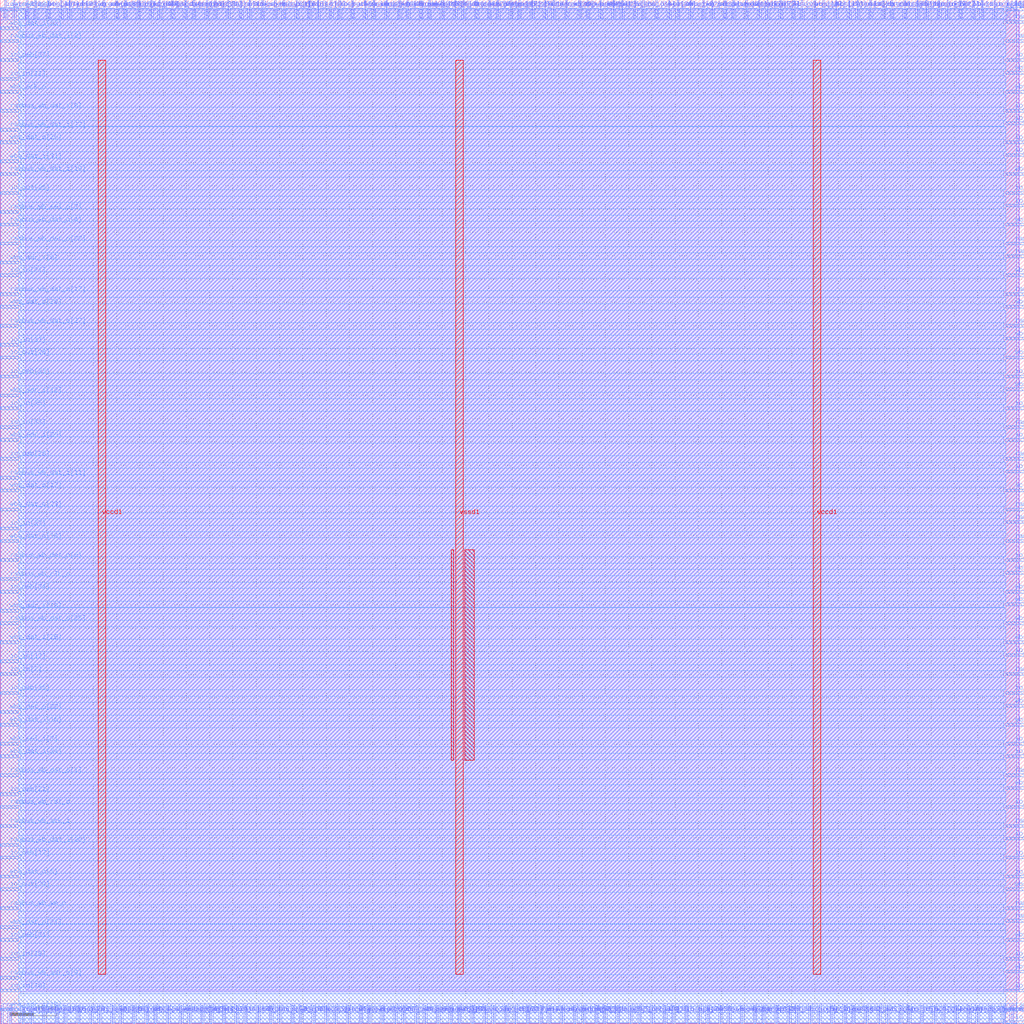
<source format=lef>
VERSION 5.7 ;
  NOWIREEXTENSIONATPIN ON ;
  DIVIDERCHAR "/" ;
  BUSBITCHARS "[]" ;
MACRO wrapped_function_generator
  CLASS BLOCK ;
  FOREIGN wrapped_function_generator ;
  ORIGIN 0.000 0.000 ;
  SIZE 220.000 BY 220.000 ;
  PIN active
    DIRECTION INPUT ;
    USE SIGNAL ;
    PORT
      LAYER met3 ;
        RECT 216.000 114.280 220.000 114.880 ;
    END
  END active
  PIN io_in[0]
    DIRECTION INPUT ;
    USE SIGNAL ;
    PORT
      LAYER met2 ;
        RECT 59.890 0.000 60.170 4.000 ;
    END
  END io_in[0]
  PIN io_in[10]
    DIRECTION INPUT ;
    USE SIGNAL ;
    PORT
      LAYER met3 ;
        RECT 0.000 6.840 4.000 7.440 ;
    END
  END io_in[10]
  PIN io_in[11]
    DIRECTION INPUT ;
    USE SIGNAL ;
    PORT
      LAYER met3 ;
        RECT 0.000 202.680 4.000 203.280 ;
    END
  END io_in[11]
  PIN io_in[12]
    DIRECTION INPUT ;
    USE SIGNAL ;
    PORT
      LAYER met2 ;
        RECT 128.890 216.000 129.170 220.000 ;
    END
  END io_in[12]
  PIN io_in[13]
    DIRECTION INPUT ;
    USE SIGNAL ;
    PORT
      LAYER met3 ;
        RECT 216.000 31.320 220.000 31.920 ;
    END
  END io_in[13]
  PIN io_in[14]
    DIRECTION INPUT ;
    USE SIGNAL ;
    PORT
      LAYER met2 ;
        RECT 114.170 216.000 114.450 220.000 ;
    END
  END io_in[14]
  PIN io_in[15]
    DIRECTION INPUT ;
    USE SIGNAL ;
    PORT
      LAYER met2 ;
        RECT 193.290 0.000 193.570 4.000 ;
    END
  END io_in[15]
  PIN io_in[16]
    DIRECTION INPUT ;
    USE SIGNAL ;
    PORT
      LAYER met2 ;
        RECT 162.010 0.000 162.290 4.000 ;
    END
  END io_in[16]
  PIN io_in[17]
    DIRECTION INPUT ;
    USE SIGNAL ;
    PORT
      LAYER met3 ;
        RECT 0.000 77.560 4.000 78.160 ;
    END
  END io_in[17]
  PIN io_in[18]
    DIRECTION INPUT ;
    USE SIGNAL ;
    PORT
      LAYER met2 ;
        RECT 105.890 0.000 106.170 4.000 ;
    END
  END io_in[18]
  PIN io_in[19]
    DIRECTION INPUT ;
    USE SIGNAL ;
    PORT
      LAYER met3 ;
        RECT 0.000 13.640 4.000 14.240 ;
    END
  END io_in[19]
  PIN io_in[1]
    DIRECTION INPUT ;
    USE SIGNAL ;
    PORT
      LAYER met2 ;
        RECT 175.810 0.000 176.090 4.000 ;
    END
  END io_in[1]
  PIN io_in[20]
    DIRECTION INPUT ;
    USE SIGNAL ;
    PORT
      LAYER met3 ;
        RECT 216.000 46.280 220.000 46.880 ;
    END
  END io_in[20]
  PIN io_in[21]
    DIRECTION INPUT ;
    USE SIGNAL ;
    PORT
      LAYER met3 ;
        RECT 0.000 160.520 4.000 161.120 ;
    END
  END io_in[21]
  PIN io_in[22]
    DIRECTION INPUT ;
    USE SIGNAL ;
    PORT
      LAYER met2 ;
        RECT 71.850 0.000 72.130 4.000 ;
    END
  END io_in[22]
  PIN io_in[23]
    DIRECTION INPUT ;
    USE SIGNAL ;
    PORT
      LAYER met2 ;
        RECT 96.690 0.000 96.970 4.000 ;
    END
  END io_in[23]
  PIN io_in[24]
    DIRECTION INPUT ;
    USE SIGNAL ;
    PORT
      LAYER met3 ;
        RECT 216.000 59.880 220.000 60.480 ;
    END
  END io_in[24]
  PIN io_in[25]
    DIRECTION INPUT ;
    USE SIGNAL ;
    PORT
      LAYER met3 ;
        RECT 0.000 131.960 4.000 132.560 ;
    END
  END io_in[25]
  PIN io_in[26]
    DIRECTION INPUT ;
    USE SIGNAL ;
    PORT
      LAYER met3 ;
        RECT 216.000 118.360 220.000 118.960 ;
    END
  END io_in[26]
  PIN io_in[27]
    DIRECTION INPUT ;
    USE SIGNAL ;
    PORT
      LAYER met3 ;
        RECT 0.000 106.120 4.000 106.720 ;
    END
  END io_in[27]
  PIN io_in[28]
    DIRECTION INPUT ;
    USE SIGNAL ;
    PORT
      LAYER met3 ;
        RECT 216.000 70.760 220.000 71.360 ;
    END
  END io_in[28]
  PIN io_in[29]
    DIRECTION INPUT ;
    USE SIGNAL ;
    PORT
      LAYER met2 ;
        RECT 44.250 216.000 44.530 220.000 ;
    END
  END io_in[29]
  PIN io_in[2]
    DIRECTION INPUT ;
    USE SIGNAL ;
    PORT
      LAYER met3 ;
        RECT 0.000 74.840 4.000 75.440 ;
    END
  END io_in[2]
  PIN io_in[30]
    DIRECTION INPUT ;
    USE SIGNAL ;
    PORT
      LAYER met2 ;
        RECT 108.650 0.000 108.930 4.000 ;
    END
  END io_in[30]
  PIN io_in[31]
    DIRECTION INPUT ;
    USE SIGNAL ;
    PORT
      LAYER met2 ;
        RECT 206.170 216.000 206.450 220.000 ;
    END
  END io_in[31]
  PIN io_in[32]
    DIRECTION INPUT ;
    USE SIGNAL ;
    PORT
      LAYER met2 ;
        RECT 62.650 0.000 62.930 4.000 ;
    END
  END io_in[32]
  PIN io_in[33]
    DIRECTION INPUT ;
    USE SIGNAL ;
    PORT
      LAYER met3 ;
        RECT 0.000 127.880 4.000 128.480 ;
    END
  END io_in[33]
  PIN io_in[34]
    DIRECTION INPUT ;
    USE SIGNAL ;
    PORT
      LAYER met2 ;
        RECT 68.170 216.000 68.450 220.000 ;
    END
  END io_in[34]
  PIN io_in[35]
    DIRECTION INPUT ;
    USE SIGNAL ;
    PORT
      LAYER met2 ;
        RECT 150.050 0.000 150.330 4.000 ;
    END
  END io_in[35]
  PIN io_in[36]
    DIRECTION INPUT ;
    USE SIGNAL ;
    PORT
      LAYER met2 ;
        RECT 150.970 216.000 151.250 220.000 ;
    END
  END io_in[36]
  PIN io_in[37]
    DIRECTION INPUT ;
    USE SIGNAL ;
    PORT
      LAYER met3 ;
        RECT 0.000 145.560 4.000 146.160 ;
    END
  END io_in[37]
  PIN io_in[3]
    DIRECTION INPUT ;
    USE SIGNAL ;
    PORT
      LAYER met3 ;
        RECT 216.000 195.880 220.000 196.480 ;
    END
  END io_in[3]
  PIN io_in[4]
    DIRECTION INPUT ;
    USE SIGNAL ;
    PORT
      LAYER met3 ;
        RECT 216.000 57.160 220.000 57.760 ;
    END
  END io_in[4]
  PIN io_in[5]
    DIRECTION INPUT ;
    USE SIGNAL ;
    PORT
      LAYER met2 ;
        RECT 164.770 216.000 165.050 220.000 ;
    END
  END io_in[5]
  PIN io_in[6]
    DIRECTION INPUT ;
    USE SIGNAL ;
    PORT
      LAYER met2 ;
        RECT 195.130 0.000 195.410 4.000 ;
    END
  END io_in[6]
  PIN io_in[7]
    DIRECTION INPUT ;
    USE SIGNAL ;
    PORT
      LAYER met2 ;
        RECT 81.970 0.000 82.250 4.000 ;
    END
  END io_in[7]
  PIN io_in[8]
    DIRECTION INPUT ;
    USE SIGNAL ;
    PORT
      LAYER met2 ;
        RECT 48.850 216.000 49.130 220.000 ;
    END
  END io_in[8]
  PIN io_in[9]
    DIRECTION INPUT ;
    USE SIGNAL ;
    PORT
      LAYER met2 ;
        RECT 1.010 216.000 1.290 220.000 ;
    END
  END io_in[9]
  PIN io_oeb[0]
    DIRECTION OUTPUT TRISTATE ;
    USE SIGNAL ;
    PORT
      LAYER met2 ;
        RECT 24.010 0.000 24.290 4.000 ;
    END
  END io_oeb[0]
  PIN io_oeb[10]
    DIRECTION OUTPUT TRISTATE ;
    USE SIGNAL ;
    PORT
      LAYER met3 ;
        RECT 216.000 78.920 220.000 79.520 ;
    END
  END io_oeb[10]
  PIN io_oeb[11]
    DIRECTION OUTPUT TRISTATE ;
    USE SIGNAL ;
    PORT
      LAYER met2 ;
        RECT 166.610 0.000 166.890 4.000 ;
    END
  END io_oeb[11]
  PIN io_oeb[12]
    DIRECTION OUTPUT TRISTATE ;
    USE SIGNAL ;
    PORT
      LAYER met2 ;
        RECT 21.250 0.000 21.530 4.000 ;
    END
  END io_oeb[12]
  PIN io_oeb[13]
    DIRECTION OUTPUT TRISTATE ;
    USE SIGNAL ;
    PORT
      LAYER met2 ;
        RECT 178.570 0.000 178.850 4.000 ;
    END
  END io_oeb[13]
  PIN io_oeb[14]
    DIRECTION OUTPUT TRISTATE ;
    USE SIGNAL ;
    PORT
      LAYER met2 ;
        RECT 63.570 216.000 63.850 220.000 ;
    END
  END io_oeb[14]
  PIN io_oeb[15]
    DIRECTION OUTPUT TRISTATE ;
    USE SIGNAL ;
    PORT
      LAYER met3 ;
        RECT 216.000 175.480 220.000 176.080 ;
    END
  END io_oeb[15]
  PIN io_oeb[16]
    DIRECTION OUTPUT TRISTATE ;
    USE SIGNAL ;
    PORT
      LAYER met2 ;
        RECT 202.490 0.000 202.770 4.000 ;
    END
  END io_oeb[16]
  PIN io_oeb[17]
    DIRECTION OUTPUT TRISTATE ;
    USE SIGNAL ;
    PORT
      LAYER met3 ;
        RECT 0.000 35.400 4.000 36.000 ;
    END
  END io_oeb[17]
  PIN io_oeb[18]
    DIRECTION OUTPUT TRISTATE ;
    USE SIGNAL ;
    PORT
      LAYER met3 ;
        RECT 0.000 217.640 4.000 218.240 ;
    END
  END io_oeb[18]
  PIN io_oeb[19]
    DIRECTION OUTPUT TRISTATE ;
    USE SIGNAL ;
    PORT
      LAYER met2 ;
        RECT 137.170 0.000 137.450 4.000 ;
    END
  END io_oeb[19]
  PIN io_oeb[1]
    DIRECTION OUTPUT TRISTATE ;
    USE SIGNAL ;
    PORT
      LAYER met2 ;
        RECT 194.210 216.000 194.490 220.000 ;
    END
  END io_oeb[1]
  PIN io_oeb[20]
    DIRECTION OUTPUT TRISTATE ;
    USE SIGNAL ;
    PORT
      LAYER met3 ;
        RECT 216.000 193.160 220.000 193.760 ;
    END
  END io_oeb[20]
  PIN io_oeb[21]
    DIRECTION OUTPUT TRISTATE ;
    USE SIGNAL ;
    PORT
      LAYER met3 ;
        RECT 0.000 49.000 4.000 49.600 ;
    END
  END io_oeb[21]
  PIN io_oeb[22]
    DIRECTION OUTPUT TRISTATE ;
    USE SIGNAL ;
    PORT
      LAYER met2 ;
        RECT 201.570 216.000 201.850 220.000 ;
    END
  END io_oeb[22]
  PIN io_oeb[23]
    DIRECTION OUTPUT TRISTATE ;
    USE SIGNAL ;
    PORT
      LAYER met3 ;
        RECT 0.000 138.760 4.000 139.360 ;
    END
  END io_oeb[23]
  PIN io_oeb[24]
    DIRECTION OUTPUT TRISTATE ;
    USE SIGNAL ;
    PORT
      LAYER met3 ;
        RECT 216.000 217.640 220.000 218.240 ;
    END
  END io_oeb[24]
  PIN io_oeb[25]
    DIRECTION OUTPUT TRISTATE ;
    USE SIGNAL ;
    PORT
      LAYER met2 ;
        RECT 126.130 216.000 126.410 220.000 ;
    END
  END io_oeb[25]
  PIN io_oeb[26]
    DIRECTION OUTPUT TRISTATE ;
    USE SIGNAL ;
    PORT
      LAYER met3 ;
        RECT 0.000 121.080 4.000 121.680 ;
    END
  END io_oeb[26]
  PIN io_oeb[27]
    DIRECTION OUTPUT TRISTATE ;
    USE SIGNAL ;
    PORT
      LAYER met3 ;
        RECT 216.000 99.320 220.000 99.920 ;
    END
  END io_oeb[27]
  PIN io_oeb[28]
    DIRECTION OUTPUT TRISTATE ;
    USE SIGNAL ;
    PORT
      LAYER met2 ;
        RECT 39.650 216.000 39.930 220.000 ;
    END
  END io_oeb[28]
  PIN io_oeb[29]
    DIRECTION OUTPUT TRISTATE ;
    USE SIGNAL ;
    PORT
      LAYER met2 ;
        RECT 45.170 0.000 45.450 4.000 ;
    END
  END io_oeb[29]
  PIN io_oeb[2]
    DIRECTION OUTPUT TRISTATE ;
    USE SIGNAL ;
    PORT
      LAYER met2 ;
        RECT 32.290 216.000 32.570 220.000 ;
    END
  END io_oeb[2]
  PIN io_oeb[30]
    DIRECTION OUTPUT TRISTATE ;
    USE SIGNAL ;
    PORT
      LAYER met2 ;
        RECT 218.130 216.000 218.410 220.000 ;
    END
  END io_oeb[30]
  PIN io_oeb[31]
    DIRECTION OUTPUT TRISTATE ;
    USE SIGNAL ;
    PORT
      LAYER met3 ;
        RECT 0.000 17.720 4.000 18.320 ;
    END
  END io_oeb[31]
  PIN io_oeb[32]
    DIRECTION OUTPUT TRISTATE ;
    USE SIGNAL ;
    PORT
      LAYER met2 ;
        RECT 125.210 0.000 125.490 4.000 ;
    END
  END io_oeb[32]
  PIN io_oeb[33]
    DIRECTION OUTPUT TRISTATE ;
    USE SIGNAL ;
    PORT
      LAYER met2 ;
        RECT 118.770 216.000 119.050 220.000 ;
    END
  END io_oeb[33]
  PIN io_oeb[34]
    DIRECTION OUTPUT TRISTATE ;
    USE SIGNAL ;
    PORT
      LAYER met3 ;
        RECT 0.000 92.520 4.000 93.120 ;
    END
  END io_oeb[34]
  PIN io_oeb[35]
    DIRECTION OUTPUT TRISTATE ;
    USE SIGNAL ;
    PORT
      LAYER met3 ;
        RECT 0.000 70.760 4.000 71.360 ;
    END
  END io_oeb[35]
  PIN io_oeb[36]
    DIRECTION OUTPUT TRISTATE ;
    USE SIGNAL ;
    PORT
      LAYER met2 ;
        RECT 147.290 0.000 147.570 4.000 ;
    END
  END io_oeb[36]
  PIN io_oeb[37]
    DIRECTION OUTPUT TRISTATE ;
    USE SIGNAL ;
    PORT
      LAYER met3 ;
        RECT 0.000 206.760 4.000 207.360 ;
    END
  END io_oeb[37]
  PIN io_oeb[3]
    DIRECTION OUTPUT TRISTATE ;
    USE SIGNAL ;
    PORT
      LAYER met3 ;
        RECT 216.000 186.360 220.000 186.960 ;
    END
  END io_oeb[3]
  PIN io_oeb[4]
    DIRECTION OUTPUT TRISTATE ;
    USE SIGNAL ;
    PORT
      LAYER met2 ;
        RECT 7.450 216.000 7.730 220.000 ;
    END
  END io_oeb[4]
  PIN io_oeb[5]
    DIRECTION OUTPUT TRISTATE ;
    USE SIGNAL ;
    PORT
      LAYER met3 ;
        RECT 216.000 138.760 220.000 139.360 ;
    END
  END io_oeb[5]
  PIN io_oeb[6]
    DIRECTION OUTPUT TRISTATE ;
    USE SIGNAL ;
    PORT
      LAYER met2 ;
        RECT 79.210 0.000 79.490 4.000 ;
    END
  END io_oeb[6]
  PIN io_oeb[7]
    DIRECTION OUTPUT TRISTATE ;
    USE SIGNAL ;
    PORT
      LAYER met3 ;
        RECT 216.000 39.480 220.000 40.080 ;
    END
  END io_oeb[7]
  PIN io_oeb[8]
    DIRECTION OUTPUT TRISTATE ;
    USE SIGNAL ;
    PORT
      LAYER met3 ;
        RECT 216.000 206.760 220.000 207.360 ;
    END
  END io_oeb[8]
  PIN io_oeb[9]
    DIRECTION OUTPUT TRISTATE ;
    USE SIGNAL ;
    PORT
      LAYER met3 ;
        RECT 216.000 35.400 220.000 36.000 ;
    END
  END io_oeb[9]
  PIN io_out[0]
    DIRECTION OUTPUT TRISTATE ;
    USE SIGNAL ;
    PORT
      LAYER met2 ;
        RECT 167.530 216.000 167.810 220.000 ;
    END
  END io_out[0]
  PIN io_out[10]
    DIRECTION OUTPUT TRISTATE ;
    USE SIGNAL ;
    PORT
      LAYER met3 ;
        RECT 216.000 178.200 220.000 178.800 ;
    END
  END io_out[10]
  PIN io_out[11]
    DIRECTION OUTPUT TRISTATE ;
    USE SIGNAL ;
    PORT
      LAYER met3 ;
        RECT 216.000 0.040 220.000 0.640 ;
    END
  END io_out[11]
  PIN io_out[12]
    DIRECTION OUTPUT TRISTATE ;
    USE SIGNAL ;
    PORT
      LAYER met2 ;
        RECT 181.330 0.000 181.610 4.000 ;
    END
  END io_out[12]
  PIN io_out[13]
    DIRECTION OUTPUT TRISTATE ;
    USE SIGNAL ;
    PORT
      LAYER met2 ;
        RECT 173.970 0.000 174.250 4.000 ;
    END
  END io_out[13]
  PIN io_out[14]
    DIRECTION OUTPUT TRISTATE ;
    USE SIGNAL ;
    PORT
      LAYER met3 ;
        RECT 216.000 13.640 220.000 14.240 ;
    END
  END io_out[14]
  PIN io_out[15]
    DIRECTION OUTPUT TRISTATE ;
    USE SIGNAL ;
    PORT
      LAYER met2 ;
        RECT 139.930 0.000 140.210 4.000 ;
    END
  END io_out[15]
  PIN io_out[16]
    DIRECTION OUTPUT TRISTATE ;
    USE SIGNAL ;
    PORT
      LAYER met2 ;
        RECT 172.130 216.000 172.410 220.000 ;
    END
  END io_out[16]
  PIN io_out[17]
    DIRECTION OUTPUT TRISTATE ;
    USE SIGNAL ;
    PORT
      LAYER met2 ;
        RECT 176.730 216.000 177.010 220.000 ;
    END
  END io_out[17]
  PIN io_out[18]
    DIRECTION OUTPUT TRISTATE ;
    USE SIGNAL ;
    PORT
      LAYER met2 ;
        RECT 92.090 216.000 92.370 220.000 ;
    END
  END io_out[18]
  PIN io_out[19]
    DIRECTION OUTPUT TRISTATE ;
    USE SIGNAL ;
    PORT
      LAYER met2 ;
        RECT 197.890 0.000 198.170 4.000 ;
    END
  END io_out[19]
  PIN io_out[1]
    DIRECTION OUTPUT TRISTATE ;
    USE SIGNAL ;
    PORT
      LAYER met2 ;
        RECT 47.930 0.000 48.210 4.000 ;
    END
  END io_out[1]
  PIN io_out[20]
    DIRECTION OUTPUT TRISTATE ;
    USE SIGNAL ;
    PORT
      LAYER met2 ;
        RECT 43.330 0.000 43.610 4.000 ;
    END
  END io_out[20]
  PIN io_out[21]
    DIRECTION OUTPUT TRISTATE ;
    USE SIGNAL ;
    PORT
      LAYER met2 ;
        RECT 20.330 216.000 20.610 220.000 ;
    END
  END io_out[21]
  PIN io_out[22]
    DIRECTION OUTPUT TRISTATE ;
    USE SIGNAL ;
    PORT
      LAYER met2 ;
        RECT 162.930 216.000 163.210 220.000 ;
    END
  END io_out[22]
  PIN io_out[23]
    DIRECTION OUTPUT TRISTATE ;
    USE SIGNAL ;
    PORT
      LAYER met2 ;
        RECT 90.250 216.000 90.530 220.000 ;
    END
  END io_out[23]
  PIN io_out[24]
    DIRECTION OUTPUT TRISTATE ;
    USE SIGNAL ;
    PORT
      LAYER met2 ;
        RECT 12.970 216.000 13.250 220.000 ;
    END
  END io_out[24]
  PIN io_out[25]
    DIRECTION OUTPUT TRISTATE ;
    USE SIGNAL ;
    PORT
      LAYER met3 ;
        RECT 0.000 178.200 4.000 178.800 ;
    END
  END io_out[25]
  PIN io_out[26]
    DIRECTION OUTPUT TRISTATE ;
    USE SIGNAL ;
    PORT
      LAYER met3 ;
        RECT 0.000 142.840 4.000 143.440 ;
    END
  END io_out[26]
  PIN io_out[27]
    DIRECTION OUTPUT TRISTATE ;
    USE SIGNAL ;
    PORT
      LAYER met2 ;
        RECT 212.610 0.000 212.890 4.000 ;
    END
  END io_out[27]
  PIN io_out[28]
    DIRECTION OUTPUT TRISTATE ;
    USE SIGNAL ;
    PORT
      LAYER met2 ;
        RECT 163.850 0.000 164.130 4.000 ;
    END
  END io_out[28]
  PIN io_out[29]
    DIRECTION OUTPUT TRISTATE ;
    USE SIGNAL ;
    PORT
      LAYER met3 ;
        RECT 0.000 28.600 4.000 29.200 ;
    END
  END io_out[29]
  PIN io_out[2]
    DIRECTION OUTPUT TRISTATE ;
    USE SIGNAL ;
    PORT
      LAYER met3 ;
        RECT 216.000 131.960 220.000 132.560 ;
    END
  END io_out[2]
  PIN io_out[30]
    DIRECTION OUTPUT TRISTATE ;
    USE SIGNAL ;
    PORT
      LAYER met2 ;
        RECT 140.850 216.000 141.130 220.000 ;
    END
  END io_out[30]
  PIN io_out[31]
    DIRECTION OUTPUT TRISTATE ;
    USE SIGNAL ;
    PORT
      LAYER met3 ;
        RECT 216.000 189.080 220.000 189.680 ;
    END
  END io_out[31]
  PIN io_out[32]
    DIRECTION OUTPUT TRISTATE ;
    USE SIGNAL ;
    PORT
      LAYER met2 ;
        RECT 156.490 0.000 156.770 4.000 ;
    END
  END io_out[32]
  PIN io_out[33]
    DIRECTION OUTPUT TRISTATE ;
    USE SIGNAL ;
    PORT
      LAYER met3 ;
        RECT 216.000 6.840 220.000 7.440 ;
    END
  END io_out[33]
  PIN io_out[34]
    DIRECTION OUTPUT TRISTATE ;
    USE SIGNAL ;
    PORT
      LAYER met2 ;
        RECT 29.530 216.000 29.810 220.000 ;
    END
  END io_out[34]
  PIN io_out[35]
    DIRECTION OUTPUT TRISTATE ;
    USE SIGNAL ;
    PORT
      LAYER met2 ;
        RECT 50.690 0.000 50.970 4.000 ;
    END
  END io_out[35]
  PIN io_out[36]
    DIRECTION OUTPUT TRISTATE ;
    USE SIGNAL ;
    PORT
      LAYER met2 ;
        RECT 136.250 216.000 136.530 220.000 ;
    END
  END io_out[36]
  PIN io_out[37]
    DIRECTION OUTPUT TRISTATE ;
    USE SIGNAL ;
    PORT
      LAYER met2 ;
        RECT 213.530 216.000 213.810 220.000 ;
    END
  END io_out[37]
  PIN io_out[3]
    DIRECTION OUTPUT TRISTATE ;
    USE SIGNAL ;
    PORT
      LAYER met2 ;
        RECT 203.410 216.000 203.690 220.000 ;
    END
  END io_out[3]
  PIN io_out[4]
    DIRECTION OUTPUT TRISTATE ;
    USE SIGNAL ;
    PORT
      LAYER met2 ;
        RECT 182.250 216.000 182.530 220.000 ;
    END
  END io_out[4]
  PIN io_out[5]
    DIRECTION OUTPUT TRISTATE ;
    USE SIGNAL ;
    PORT
      LAYER met2 ;
        RECT 72.770 216.000 73.050 220.000 ;
    END
  END io_out[5]
  PIN io_out[6]
    DIRECTION OUTPUT TRISTATE ;
    USE SIGNAL ;
    PORT
      LAYER met2 ;
        RECT 60.810 216.000 61.090 220.000 ;
    END
  END io_out[6]
  PIN io_out[7]
    DIRECTION OUTPUT TRISTATE ;
    USE SIGNAL ;
    PORT
      LAYER met3 ;
        RECT 216.000 125.160 220.000 125.760 ;
    END
  END io_out[7]
  PIN io_out[8]
    DIRECTION OUTPUT TRISTATE ;
    USE SIGNAL ;
    PORT
      LAYER met2 ;
        RECT 9.290 0.000 9.570 4.000 ;
    END
  END io_out[8]
  PIN io_out[9]
    DIRECTION OUTPUT TRISTATE ;
    USE SIGNAL ;
    PORT
      LAYER met2 ;
        RECT 66.330 216.000 66.610 220.000 ;
    END
  END io_out[9]
  PIN rambus_wb_ack_i
    DIRECTION INPUT ;
    USE SIGNAL ;
    PORT
      LAYER met3 ;
        RECT 0.000 42.200 4.000 42.800 ;
    END
  END rambus_wb_ack_i
  PIN rambus_wb_adr_o[0]
    DIRECTION OUTPUT TRISTATE ;
    USE SIGNAL ;
    PORT
      LAYER met3 ;
        RECT 216.000 156.440 220.000 157.040 ;
    END
  END rambus_wb_adr_o[0]
  PIN rambus_wb_adr_o[1]
    DIRECTION OUTPUT TRISTATE ;
    USE SIGNAL ;
    PORT
      LAYER met2 ;
        RECT 14.810 216.000 15.090 220.000 ;
    END
  END rambus_wb_adr_o[1]
  PIN rambus_wb_adr_o[2]
    DIRECTION OUTPUT TRISTATE ;
    USE SIGNAL ;
    PORT
      LAYER met2 ;
        RECT 75.530 216.000 75.810 220.000 ;
    END
  END rambus_wb_adr_o[2]
  PIN rambus_wb_adr_o[3]
    DIRECTION OUTPUT TRISTATE ;
    USE SIGNAL ;
    PORT
      LAYER met2 ;
        RECT 208.010 0.000 208.290 4.000 ;
    END
  END rambus_wb_adr_o[3]
  PIN rambus_wb_adr_o[4]
    DIRECTION OUTPUT TRISTATE ;
    USE SIGNAL ;
    PORT
      LAYER met3 ;
        RECT 216.000 214.920 220.000 215.520 ;
    END
  END rambus_wb_adr_o[4]
  PIN rambus_wb_adr_o[5]
    DIRECTION OUTPUT TRISTATE ;
    USE SIGNAL ;
    PORT
      LAYER met3 ;
        RECT 216.000 42.200 220.000 42.800 ;
    END
  END rambus_wb_adr_o[5]
  PIN rambus_wb_adr_o[6]
    DIRECTION OUTPUT TRISTATE ;
    USE SIGNAL ;
    PORT
      LAYER met2 ;
        RECT 209.850 0.000 210.130 4.000 ;
    END
  END rambus_wb_adr_o[6]
  PIN rambus_wb_adr_o[7]
    DIRECTION OUTPUT TRISTATE ;
    USE SIGNAL ;
    PORT
      LAYER met3 ;
        RECT 216.000 103.400 220.000 104.000 ;
    END
  END rambus_wb_adr_o[7]
  PIN rambus_wb_adr_o[8]
    DIRECTION OUTPUT TRISTATE ;
    USE SIGNAL ;
    PORT
      LAYER met2 ;
        RECT 33.210 0.000 33.490 4.000 ;
    END
  END rambus_wb_adr_o[8]
  PIN rambus_wb_adr_o[9]
    DIRECTION OUTPUT TRISTATE ;
    USE SIGNAL ;
    PORT
      LAYER met3 ;
        RECT 0.000 9.560 4.000 10.160 ;
    END
  END rambus_wb_adr_o[9]
  PIN rambus_wb_clk_o
    DIRECTION OUTPUT TRISTATE ;
    USE SIGNAL ;
    PORT
      LAYER met3 ;
        RECT 0.000 95.240 4.000 95.840 ;
    END
  END rambus_wb_clk_o
  PIN rambus_wb_cyc_o
    DIRECTION OUTPUT TRISTATE ;
    USE SIGNAL ;
    PORT
      LAYER met2 ;
        RECT 53.450 216.000 53.730 220.000 ;
    END
  END rambus_wb_cyc_o
  PIN rambus_wb_dat_i[0]
    DIRECTION INPUT ;
    USE SIGNAL ;
    PORT
      LAYER met2 ;
        RECT 85.650 216.000 85.930 220.000 ;
    END
  END rambus_wb_dat_i[0]
  PIN rambus_wb_dat_i[10]
    DIRECTION INPUT ;
    USE SIGNAL ;
    PORT
      LAYER met2 ;
        RECT 84.730 0.000 85.010 4.000 ;
    END
  END rambus_wb_dat_i[10]
  PIN rambus_wb_dat_i[11]
    DIRECTION INPUT ;
    USE SIGNAL ;
    PORT
      LAYER met3 ;
        RECT 0.000 117.000 4.000 117.600 ;
    END
  END rambus_wb_dat_i[11]
  PIN rambus_wb_dat_i[12]
    DIRECTION INPUT ;
    USE SIGNAL ;
    PORT
      LAYER met2 ;
        RECT 188.690 0.000 188.970 4.000 ;
    END
  END rambus_wb_dat_i[12]
  PIN rambus_wb_dat_i[13]
    DIRECTION INPUT ;
    USE SIGNAL ;
    PORT
      LAYER met3 ;
        RECT 216.000 21.800 220.000 22.400 ;
    END
  END rambus_wb_dat_i[13]
  PIN rambus_wb_dat_i[14]
    DIRECTION INPUT ;
    USE SIGNAL ;
    PORT
      LAYER met2 ;
        RECT 116.930 216.000 117.210 220.000 ;
    END
  END rambus_wb_dat_i[14]
  PIN rambus_wb_dat_i[15]
    DIRECTION INPUT ;
    USE SIGNAL ;
    PORT
      LAYER met2 ;
        RECT 82.890 216.000 83.170 220.000 ;
    END
  END rambus_wb_dat_i[15]
  PIN rambus_wb_dat_i[16]
    DIRECTION INPUT ;
    USE SIGNAL ;
    PORT
      LAYER met2 ;
        RECT 102.210 216.000 102.490 220.000 ;
    END
  END rambus_wb_dat_i[16]
  PIN rambus_wb_dat_i[17]
    DIRECTION INPUT ;
    USE SIGNAL ;
    PORT
      LAYER met2 ;
        RECT 101.290 0.000 101.570 4.000 ;
    END
  END rambus_wb_dat_i[17]
  PIN rambus_wb_dat_i[18]
    DIRECTION INPUT ;
    USE SIGNAL ;
    PORT
      LAYER met2 ;
        RECT 123.370 0.000 123.650 4.000 ;
    END
  END rambus_wb_dat_i[18]
  PIN rambus_wb_dat_i[19]
    DIRECTION INPUT ;
    USE SIGNAL ;
    PORT
      LAYER met3 ;
        RECT 0.000 182.280 4.000 182.880 ;
    END
  END rambus_wb_dat_i[19]
  PIN rambus_wb_dat_i[1]
    DIRECTION INPUT ;
    USE SIGNAL ;
    PORT
      LAYER met2 ;
        RECT 31.370 0.000 31.650 4.000 ;
    END
  END rambus_wb_dat_i[1]
  PIN rambus_wb_dat_i[20]
    DIRECTION INPUT ;
    USE SIGNAL ;
    PORT
      LAYER met3 ;
        RECT 0.000 38.120 4.000 38.720 ;
    END
  END rambus_wb_dat_i[20]
  PIN rambus_wb_dat_i[21]
    DIRECTION INPUT ;
    USE SIGNAL ;
    PORT
      LAYER met2 ;
        RECT 94.850 216.000 95.130 220.000 ;
    END
  END rambus_wb_dat_i[21]
  PIN rambus_wb_dat_i[22]
    DIRECTION INPUT ;
    USE SIGNAL ;
    PORT
      LAYER met2 ;
        RECT 215.370 0.000 215.650 4.000 ;
    END
  END rambus_wb_dat_i[22]
  PIN rambus_wb_dat_i[23]
    DIRECTION INPUT ;
    USE SIGNAL ;
    PORT
      LAYER met3 ;
        RECT 216.000 110.200 220.000 110.800 ;
    END
  END rambus_wb_dat_i[23]
  PIN rambus_wb_dat_i[24]
    DIRECTION INPUT ;
    USE SIGNAL ;
    PORT
      LAYER met3 ;
        RECT 216.000 121.080 220.000 121.680 ;
    END
  END rambus_wb_dat_i[24]
  PIN rambus_wb_dat_i[25]
    DIRECTION INPUT ;
    USE SIGNAL ;
    PORT
      LAYER met3 ;
        RECT 216.000 149.640 220.000 150.240 ;
    END
  END rambus_wb_dat_i[25]
  PIN rambus_wb_dat_i[26]
    DIRECTION INPUT ;
    USE SIGNAL ;
    PORT
      LAYER met2 ;
        RECT 124.290 216.000 124.570 220.000 ;
    END
  END rambus_wb_dat_i[26]
  PIN rambus_wb_dat_i[27]
    DIRECTION INPUT ;
    USE SIGNAL ;
    PORT
      LAYER met3 ;
        RECT 0.000 191.800 4.000 192.400 ;
    END
  END rambus_wb_dat_i[27]
  PIN rambus_wb_dat_i[28]
    DIRECTION INPUT ;
    USE SIGNAL ;
    PORT
      LAYER met2 ;
        RECT 34.130 216.000 34.410 220.000 ;
    END
  END rambus_wb_dat_i[28]
  PIN rambus_wb_dat_i[29]
    DIRECTION INPUT ;
    USE SIGNAL ;
    PORT
      LAYER met3 ;
        RECT 216.000 167.320 220.000 167.920 ;
    END
  END rambus_wb_dat_i[29]
  PIN rambus_wb_dat_i[2]
    DIRECTION INPUT ;
    USE SIGNAL ;
    PORT
      LAYER met3 ;
        RECT 0.000 210.840 4.000 211.440 ;
    END
  END rambus_wb_dat_i[2]
  PIN rambus_wb_dat_i[30]
    DIRECTION INPUT ;
    USE SIGNAL ;
    PORT
      LAYER met3 ;
        RECT 216.000 2.760 220.000 3.360 ;
    END
  END rambus_wb_dat_i[30]
  PIN rambus_wb_dat_i[31]
    DIRECTION INPUT ;
    USE SIGNAL ;
    PORT
      LAYER met2 ;
        RECT 87.490 216.000 87.770 220.000 ;
    END
  END rambus_wb_dat_i[31]
  PIN rambus_wb_dat_i[3]
    DIRECTION INPUT ;
    USE SIGNAL ;
    PORT
      LAYER met3 ;
        RECT 216.000 107.480 220.000 108.080 ;
    END
  END rambus_wb_dat_i[3]
  PIN rambus_wb_dat_i[4]
    DIRECTION INPUT ;
    USE SIGNAL ;
    PORT
      LAYER met3 ;
        RECT 216.000 74.840 220.000 75.440 ;
    END
  END rambus_wb_dat_i[4]
  PIN rambus_wb_dat_i[5]
    DIRECTION INPUT ;
    USE SIGNAL ;
    PORT
      LAYER met2 ;
        RECT 17.570 216.000 17.850 220.000 ;
    END
  END rambus_wb_dat_i[5]
  PIN rambus_wb_dat_i[6]
    DIRECTION INPUT ;
    USE SIGNAL ;
    PORT
      LAYER met2 ;
        RECT 51.610 216.000 51.890 220.000 ;
    END
  END rambus_wb_dat_i[6]
  PIN rambus_wb_dat_i[7]
    DIRECTION INPUT ;
    USE SIGNAL ;
    PORT
      LAYER met2 ;
        RECT 74.610 0.000 74.890 4.000 ;
    END
  END rambus_wb_dat_i[7]
  PIN rambus_wb_dat_i[8]
    DIRECTION INPUT ;
    USE SIGNAL ;
    PORT
      LAYER met3 ;
        RECT 0.000 195.880 4.000 196.480 ;
    END
  END rambus_wb_dat_i[8]
  PIN rambus_wb_dat_i[9]
    DIRECTION INPUT ;
    USE SIGNAL ;
    PORT
      LAYER met2 ;
        RECT 184.090 216.000 184.370 220.000 ;
    END
  END rambus_wb_dat_i[9]
  PIN rambus_wb_dat_o[0]
    DIRECTION OUTPUT TRISTATE ;
    USE SIGNAL ;
    PORT
      LAYER met3 ;
        RECT 0.000 99.320 4.000 99.920 ;
    END
  END rambus_wb_dat_o[0]
  PIN rambus_wb_dat_o[10]
    DIRECTION OUTPUT TRISTATE ;
    USE SIGNAL ;
    PORT
      LAYER met2 ;
        RECT 113.250 0.000 113.530 4.000 ;
    END
  END rambus_wb_dat_o[10]
  PIN rambus_wb_dat_o[11]
    DIRECTION OUTPUT TRISTATE ;
    USE SIGNAL ;
    PORT
      LAYER met2 ;
        RECT 77.370 0.000 77.650 4.000 ;
    END
  END rambus_wb_dat_o[11]
  PIN rambus_wb_dat_o[12]
    DIRECTION OUTPUT TRISTATE ;
    USE SIGNAL ;
    PORT
      LAYER met2 ;
        RECT 154.650 0.000 154.930 4.000 ;
    END
  END rambus_wb_dat_o[12]
  PIN rambus_wb_dat_o[13]
    DIRECTION OUTPUT TRISTATE ;
    USE SIGNAL ;
    PORT
      LAYER met3 ;
        RECT 216.000 127.880 220.000 128.480 ;
    END
  END rambus_wb_dat_o[13]
  PIN rambus_wb_dat_o[14]
    DIRECTION OUTPUT TRISTATE ;
    USE SIGNAL ;
    PORT
      LAYER met2 ;
        RECT 26.770 216.000 27.050 220.000 ;
    END
  END rambus_wb_dat_o[14]
  PIN rambus_wb_dat_o[15]
    DIRECTION OUTPUT TRISTATE ;
    USE SIGNAL ;
    PORT
      LAYER met2 ;
        RECT 191.450 216.000 191.730 220.000 ;
    END
  END rambus_wb_dat_o[15]
  PIN rambus_wb_dat_o[16]
    DIRECTION OUTPUT TRISTATE ;
    USE SIGNAL ;
    PORT
      LAYER met2 ;
        RECT 4.690 0.000 4.970 4.000 ;
    END
  END rambus_wb_dat_o[16]
  PIN rambus_wb_dat_o[17]
    DIRECTION OUTPUT TRISTATE ;
    USE SIGNAL ;
    PORT
      LAYER met3 ;
        RECT 0.000 156.440 4.000 157.040 ;
    END
  END rambus_wb_dat_o[17]
  PIN rambus_wb_dat_o[18]
    DIRECTION OUTPUT TRISTATE ;
    USE SIGNAL ;
    PORT
      LAYER met2 ;
        RECT 67.250 0.000 67.530 4.000 ;
    END
  END rambus_wb_dat_o[18]
  PIN rambus_wb_dat_o[19]
    DIRECTION OUTPUT TRISTATE ;
    USE SIGNAL ;
    PORT
      LAYER met2 ;
        RECT 111.410 216.000 111.690 220.000 ;
    END
  END rambus_wb_dat_o[19]
  PIN rambus_wb_dat_o[1]
    DIRECTION OUTPUT TRISTATE ;
    USE SIGNAL ;
    PORT
      LAYER met3 ;
        RECT 0.000 53.080 4.000 53.680 ;
    END
  END rambus_wb_dat_o[1]
  PIN rambus_wb_dat_o[20]
    DIRECTION OUTPUT TRISTATE ;
    USE SIGNAL ;
    PORT
      LAYER met2 ;
        RECT 58.050 0.000 58.330 4.000 ;
    END
  END rambus_wb_dat_o[20]
  PIN rambus_wb_dat_o[21]
    DIRECTION OUTPUT TRISTATE ;
    USE SIGNAL ;
    PORT
      LAYER met2 ;
        RECT 116.010 0.000 116.290 4.000 ;
    END
  END rambus_wb_dat_o[21]
  PIN rambus_wb_dat_o[22]
    DIRECTION OUTPUT TRISTATE ;
    USE SIGNAL ;
    PORT
      LAYER met3 ;
        RECT 0.000 167.320 4.000 167.920 ;
    END
  END rambus_wb_dat_o[22]
  PIN rambus_wb_dat_o[23]
    DIRECTION OUTPUT TRISTATE ;
    USE SIGNAL ;
    PORT
      LAYER met3 ;
        RECT 216.000 53.080 220.000 53.680 ;
    END
  END rambus_wb_dat_o[23]
  PIN rambus_wb_dat_o[24]
    DIRECTION OUTPUT TRISTATE ;
    USE SIGNAL ;
    PORT
      LAYER met2 ;
        RECT 148.210 216.000 148.490 220.000 ;
    END
  END rambus_wb_dat_o[24]
  PIN rambus_wb_dat_o[25]
    DIRECTION OUTPUT TRISTATE ;
    USE SIGNAL ;
    PORT
      LAYER met3 ;
        RECT 0.000 85.720 4.000 86.320 ;
    END
  END rambus_wb_dat_o[25]
  PIN rambus_wb_dat_o[26]
    DIRECTION OUTPUT TRISTATE ;
    USE SIGNAL ;
    PORT
      LAYER met2 ;
        RECT 121.530 216.000 121.810 220.000 ;
    END
  END rambus_wb_dat_o[26]
  PIN rambus_wb_dat_o[27]
    DIRECTION OUTPUT TRISTATE ;
    USE SIGNAL ;
    PORT
      LAYER met3 ;
        RECT 0.000 149.640 4.000 150.240 ;
    END
  END rambus_wb_dat_o[27]
  PIN rambus_wb_dat_o[28]
    DIRECTION OUTPUT TRISTATE ;
    USE SIGNAL ;
    PORT
      LAYER met3 ;
        RECT 216.000 210.840 220.000 211.440 ;
    END
  END rambus_wb_dat_o[28]
  PIN rambus_wb_dat_o[29]
    DIRECTION OUTPUT TRISTATE ;
    USE SIGNAL ;
    PORT
      LAYER met2 ;
        RECT 22.170 216.000 22.450 220.000 ;
    END
  END rambus_wb_dat_o[29]
  PIN rambus_wb_dat_o[2]
    DIRECTION OUTPUT TRISTATE ;
    USE SIGNAL ;
    PORT
      LAYER met2 ;
        RECT 117.850 0.000 118.130 4.000 ;
    END
  END rambus_wb_dat_o[2]
  PIN rambus_wb_dat_o[30]
    DIRECTION OUTPUT TRISTATE ;
    USE SIGNAL ;
    PORT
      LAYER met3 ;
        RECT 216.000 164.600 220.000 165.200 ;
    END
  END rambus_wb_dat_o[30]
  PIN rambus_wb_dat_o[31]
    DIRECTION OUTPUT TRISTATE ;
    USE SIGNAL ;
    PORT
      LAYER met2 ;
        RECT 171.210 0.000 171.490 4.000 ;
    END
  END rambus_wb_dat_o[31]
  PIN rambus_wb_dat_o[3]
    DIRECTION OUTPUT TRISTATE ;
    USE SIGNAL ;
    PORT
      LAYER met2 ;
        RECT 99.450 216.000 99.730 220.000 ;
    END
  END rambus_wb_dat_o[3]
  PIN rambus_wb_dat_o[4]
    DIRECTION OUTPUT TRISTATE ;
    USE SIGNAL ;
    PORT
      LAYER met3 ;
        RECT 0.000 171.400 4.000 172.000 ;
    END
  END rambus_wb_dat_o[4]
  PIN rambus_wb_dat_o[5]
    DIRECTION OUTPUT TRISTATE ;
    USE SIGNAL ;
    PORT
      LAYER met2 ;
        RECT 152.810 216.000 153.090 220.000 ;
    END
  END rambus_wb_dat_o[5]
  PIN rambus_wb_dat_o[6]
    DIRECTION OUTPUT TRISTATE ;
    USE SIGNAL ;
    PORT
      LAYER met2 ;
        RECT 19.410 0.000 19.690 4.000 ;
    END
  END rambus_wb_dat_o[6]
  PIN rambus_wb_dat_o[7]
    DIRECTION OUTPUT TRISTATE ;
    USE SIGNAL ;
    PORT
      LAYER met3 ;
        RECT 216.000 24.520 220.000 25.120 ;
    END
  END rambus_wb_dat_o[7]
  PIN rambus_wb_dat_o[8]
    DIRECTION OUTPUT TRISTATE ;
    USE SIGNAL ;
    PORT
      LAYER met2 ;
        RECT 89.330 0.000 89.610 4.000 ;
    END
  END rambus_wb_dat_o[8]
  PIN rambus_wb_dat_o[9]
    DIRECTION OUTPUT TRISTATE ;
    USE SIGNAL ;
    PORT
      LAYER met2 ;
        RECT 80.130 216.000 80.410 220.000 ;
    END
  END rambus_wb_dat_o[9]
  PIN rambus_wb_rst_o
    DIRECTION OUTPUT TRISTATE ;
    USE SIGNAL ;
    PORT
      LAYER met3 ;
        RECT 0.000 46.280 4.000 46.880 ;
    END
  END rambus_wb_rst_o
  PIN rambus_wb_sel_o[0]
    DIRECTION OUTPUT TRISTATE ;
    USE SIGNAL ;
    PORT
      LAYER met2 ;
        RECT 151.890 0.000 152.170 4.000 ;
    END
  END rambus_wb_sel_o[0]
  PIN rambus_wb_sel_o[1]
    DIRECTION OUTPUT TRISTATE ;
    USE SIGNAL ;
    PORT
      LAYER met2 ;
        RECT 155.570 216.000 155.850 220.000 ;
    END
  END rambus_wb_sel_o[1]
  PIN rambus_wb_sel_o[2]
    DIRECTION OUTPUT TRISTATE ;
    USE SIGNAL ;
    PORT
      LAYER met2 ;
        RECT 70.930 216.000 71.210 220.000 ;
    END
  END rambus_wb_sel_o[2]
  PIN rambus_wb_sel_o[3]
    DIRECTION OUTPUT TRISTATE ;
    USE SIGNAL ;
    PORT
      LAYER met3 ;
        RECT 0.000 174.120 4.000 174.720 ;
    END
  END rambus_wb_sel_o[3]
  PIN rambus_wb_stb_o
    DIRECTION OUTPUT TRISTATE ;
    USE SIGNAL ;
    PORT
      LAYER met2 ;
        RECT 145.450 216.000 145.730 220.000 ;
    END
  END rambus_wb_stb_o
  PIN rambus_wb_we_o
    DIRECTION OUTPUT TRISTATE ;
    USE SIGNAL ;
    PORT
      LAYER met3 ;
        RECT 0.000 24.520 4.000 25.120 ;
    END
  END rambus_wb_we_o
  PIN vccd1
    DIRECTION INPUT ;
    USE POWER ;
    PORT
      LAYER met4 ;
        RECT 21.040 10.640 22.640 206.960 ;
    END
    PORT
      LAYER met4 ;
        RECT 174.640 10.640 176.240 206.960 ;
    END
  END vccd1
  PIN vssd1
    DIRECTION INPUT ;
    USE GROUND ;
    PORT
      LAYER met4 ;
        RECT 97.840 10.640 99.440 206.960 ;
    END
  END vssd1
  PIN wb_clk_i
    DIRECTION INPUT ;
    USE SIGNAL ;
    PORT
      LAYER met2 ;
        RECT 190.530 0.000 190.810 4.000 ;
    END
  END wb_clk_i
  PIN wb_rst_i
    DIRECTION INPUT ;
    USE SIGNAL ;
    PORT
      LAYER met2 ;
        RECT 133.490 216.000 133.770 220.000 ;
    END
  END wb_rst_i
  PIN wbs_ack_o
    DIRECTION OUTPUT TRISTATE ;
    USE SIGNAL ;
    PORT
      LAYER met3 ;
        RECT 0.000 199.960 4.000 200.560 ;
    END
  END wbs_ack_o
  PIN wbs_adr_i[0]
    DIRECTION INPUT ;
    USE SIGNAL ;
    PORT
      LAYER met3 ;
        RECT 0.000 163.240 4.000 163.840 ;
    END
  END wbs_adr_i[0]
  PIN wbs_adr_i[10]
    DIRECTION INPUT ;
    USE SIGNAL ;
    PORT
      LAYER met2 ;
        RECT 174.890 216.000 175.170 220.000 ;
    END
  END wbs_adr_i[10]
  PIN wbs_adr_i[11]
    DIRECTION INPUT ;
    USE SIGNAL ;
    PORT
      LAYER met2 ;
        RECT 109.570 216.000 109.850 220.000 ;
    END
  END wbs_adr_i[11]
  PIN wbs_adr_i[12]
    DIRECTION INPUT ;
    USE SIGNAL ;
    PORT
      LAYER met3 ;
        RECT 0.000 134.680 4.000 135.280 ;
    END
  END wbs_adr_i[12]
  PIN wbs_adr_i[13]
    DIRECTION INPUT ;
    USE SIGNAL ;
    PORT
      LAYER met2 ;
        RECT 58.970 216.000 59.250 220.000 ;
    END
  END wbs_adr_i[13]
  PIN wbs_adr_i[14]
    DIRECTION INPUT ;
    USE SIGNAL ;
    PORT
      LAYER met3 ;
        RECT 216.000 96.600 220.000 97.200 ;
    END
  END wbs_adr_i[14]
  PIN wbs_adr_i[15]
    DIRECTION INPUT ;
    USE SIGNAL ;
    PORT
      LAYER met3 ;
        RECT 0.000 2.760 4.000 3.360 ;
    END
  END wbs_adr_i[15]
  PIN wbs_adr_i[16]
    DIRECTION INPUT ;
    USE SIGNAL ;
    PORT
      LAYER met2 ;
        RECT 104.050 0.000 104.330 4.000 ;
    END
  END wbs_adr_i[16]
  PIN wbs_adr_i[17]
    DIRECTION INPUT ;
    USE SIGNAL ;
    PORT
      LAYER met2 ;
        RECT 5.610 216.000 5.890 220.000 ;
    END
  END wbs_adr_i[17]
  PIN wbs_adr_i[18]
    DIRECTION INPUT ;
    USE SIGNAL ;
    PORT
      LAYER met3 ;
        RECT 0.000 88.440 4.000 89.040 ;
    END
  END wbs_adr_i[18]
  PIN wbs_adr_i[19]
    DIRECTION INPUT ;
    USE SIGNAL ;
    PORT
      LAYER met2 ;
        RECT 159.250 0.000 159.530 4.000 ;
    END
  END wbs_adr_i[19]
  PIN wbs_adr_i[1]
    DIRECTION INPUT ;
    USE SIGNAL ;
    PORT
      LAYER met2 ;
        RECT 198.810 216.000 199.090 220.000 ;
    END
  END wbs_adr_i[1]
  PIN wbs_adr_i[20]
    DIRECTION INPUT ;
    USE SIGNAL ;
    PORT
      LAYER met3 ;
        RECT 0.000 125.160 4.000 125.760 ;
    END
  END wbs_adr_i[20]
  PIN wbs_adr_i[21]
    DIRECTION INPUT ;
    USE SIGNAL ;
    PORT
      LAYER met2 ;
        RECT 93.930 0.000 94.210 4.000 ;
    END
  END wbs_adr_i[21]
  PIN wbs_adr_i[22]
    DIRECTION INPUT ;
    USE SIGNAL ;
    PORT
      LAYER met2 ;
        RECT 135.330 0.000 135.610 4.000 ;
    END
  END wbs_adr_i[22]
  PIN wbs_adr_i[23]
    DIRECTION INPUT ;
    USE SIGNAL ;
    PORT
      LAYER met2 ;
        RECT 205.250 0.000 205.530 4.000 ;
    END
  END wbs_adr_i[23]
  PIN wbs_adr_i[24]
    DIRECTION INPUT ;
    USE SIGNAL ;
    PORT
      LAYER met2 ;
        RECT 106.810 216.000 107.090 220.000 ;
    END
  END wbs_adr_i[24]
  PIN wbs_adr_i[25]
    DIRECTION INPUT ;
    USE SIGNAL ;
    PORT
      LAYER met2 ;
        RECT 91.170 0.000 91.450 4.000 ;
    END
  END wbs_adr_i[25]
  PIN wbs_adr_i[26]
    DIRECTION INPUT ;
    USE SIGNAL ;
    PORT
      LAYER met2 ;
        RECT 16.650 0.000 16.930 4.000 ;
    END
  END wbs_adr_i[26]
  PIN wbs_adr_i[27]
    DIRECTION INPUT ;
    USE SIGNAL ;
    PORT
      LAYER met2 ;
        RECT 143.610 216.000 143.890 220.000 ;
    END
  END wbs_adr_i[27]
  PIN wbs_adr_i[28]
    DIRECTION INPUT ;
    USE SIGNAL ;
    PORT
      LAYER met3 ;
        RECT 216.000 68.040 220.000 68.640 ;
    END
  END wbs_adr_i[28]
  PIN wbs_adr_i[29]
    DIRECTION INPUT ;
    USE SIGNAL ;
    PORT
      LAYER met3 ;
        RECT 216.000 160.520 220.000 161.120 ;
    END
  END wbs_adr_i[29]
  PIN wbs_adr_i[2]
    DIRECTION INPUT ;
    USE SIGNAL ;
    PORT
      LAYER met2 ;
        RECT 64.490 0.000 64.770 4.000 ;
    END
  END wbs_adr_i[2]
  PIN wbs_adr_i[30]
    DIRECTION INPUT ;
    USE SIGNAL ;
    PORT
      LAYER met2 ;
        RECT 216.290 216.000 216.570 220.000 ;
    END
  END wbs_adr_i[30]
  PIN wbs_adr_i[31]
    DIRECTION INPUT ;
    USE SIGNAL ;
    PORT
      LAYER met3 ;
        RECT 216.000 28.600 220.000 29.200 ;
    END
  END wbs_adr_i[31]
  PIN wbs_adr_i[3]
    DIRECTION INPUT ;
    USE SIGNAL ;
    PORT
      LAYER met2 ;
        RECT 129.810 0.000 130.090 4.000 ;
    END
  END wbs_adr_i[3]
  PIN wbs_adr_i[4]
    DIRECTION INPUT ;
    USE SIGNAL ;
    PORT
      LAYER met2 ;
        RECT 210.770 216.000 211.050 220.000 ;
    END
  END wbs_adr_i[4]
  PIN wbs_adr_i[5]
    DIRECTION INPUT ;
    USE SIGNAL ;
    PORT
      LAYER met2 ;
        RECT 127.970 0.000 128.250 4.000 ;
    END
  END wbs_adr_i[5]
  PIN wbs_adr_i[6]
    DIRECTION INPUT ;
    USE SIGNAL ;
    PORT
      LAYER met2 ;
        RECT 52.530 0.000 52.810 4.000 ;
    END
  END wbs_adr_i[6]
  PIN wbs_adr_i[7]
    DIRECTION INPUT ;
    USE SIGNAL ;
    PORT
      LAYER met2 ;
        RECT 10.210 216.000 10.490 220.000 ;
    END
  END wbs_adr_i[7]
  PIN wbs_adr_i[8]
    DIRECTION INPUT ;
    USE SIGNAL ;
    PORT
      LAYER met2 ;
        RECT 169.370 0.000 169.650 4.000 ;
    END
  END wbs_adr_i[8]
  PIN wbs_adr_i[9]
    DIRECTION INPUT ;
    USE SIGNAL ;
    PORT
      LAYER met2 ;
        RECT 217.210 0.000 217.490 4.000 ;
    END
  END wbs_adr_i[9]
  PIN wbs_cyc_i
    DIRECTION INPUT ;
    USE SIGNAL ;
    PORT
      LAYER met2 ;
        RECT 131.650 216.000 131.930 220.000 ;
    END
  END wbs_cyc_i
  PIN wbs_dat_i[0]
    DIRECTION INPUT ;
    USE SIGNAL ;
    PORT
      LAYER met3 ;
        RECT 216.000 146.920 220.000 147.520 ;
    END
  END wbs_dat_i[0]
  PIN wbs_dat_i[10]
    DIRECTION INPUT ;
    USE SIGNAL ;
    PORT
      LAYER met2 ;
        RECT 36.890 216.000 37.170 220.000 ;
    END
  END wbs_dat_i[10]
  PIN wbs_dat_i[11]
    DIRECTION INPUT ;
    USE SIGNAL ;
    PORT
      LAYER met2 ;
        RECT 46.090 216.000 46.370 220.000 ;
    END
  END wbs_dat_i[11]
  PIN wbs_dat_i[12]
    DIRECTION INPUT ;
    USE SIGNAL ;
    PORT
      LAYER met2 ;
        RECT 41.490 216.000 41.770 220.000 ;
    END
  END wbs_dat_i[12]
  PIN wbs_dat_i[13]
    DIRECTION INPUT ;
    USE SIGNAL ;
    PORT
      LAYER met2 ;
        RECT 6.530 0.000 6.810 4.000 ;
    END
  END wbs_dat_i[13]
  PIN wbs_dat_i[14]
    DIRECTION INPUT ;
    USE SIGNAL ;
    PORT
      LAYER met2 ;
        RECT 35.970 0.000 36.250 4.000 ;
    END
  END wbs_dat_i[14]
  PIN wbs_dat_i[15]
    DIRECTION INPUT ;
    USE SIGNAL ;
    PORT
      LAYER met3 ;
        RECT 216.000 63.960 220.000 64.560 ;
    END
  END wbs_dat_i[15]
  PIN wbs_dat_i[16]
    DIRECTION INPUT ;
    USE SIGNAL ;
    PORT
      LAYER met3 ;
        RECT 0.000 63.960 4.000 64.560 ;
    END
  END wbs_dat_i[16]
  PIN wbs_dat_i[17]
    DIRECTION INPUT ;
    USE SIGNAL ;
    PORT
      LAYER met2 ;
        RECT 189.610 216.000 189.890 220.000 ;
    END
  END wbs_dat_i[17]
  PIN wbs_dat_i[18]
    DIRECTION INPUT ;
    USE SIGNAL ;
    PORT
      LAYER met3 ;
        RECT 216.000 204.040 220.000 204.640 ;
    END
  END wbs_dat_i[18]
  PIN wbs_dat_i[19]
    DIRECTION INPUT ;
    USE SIGNAL ;
    PORT
      LAYER met2 ;
        RECT 78.290 216.000 78.570 220.000 ;
    END
  END wbs_dat_i[19]
  PIN wbs_dat_i[1]
    DIRECTION INPUT ;
    USE SIGNAL ;
    PORT
      LAYER met2 ;
        RECT 25.850 0.000 26.130 4.000 ;
    END
  END wbs_dat_i[1]
  PIN wbs_dat_i[20]
    DIRECTION INPUT ;
    USE SIGNAL ;
    PORT
      LAYER met3 ;
        RECT 216.000 85.720 220.000 86.320 ;
    END
  END wbs_dat_i[20]
  PIN wbs_dat_i[21]
    DIRECTION INPUT ;
    USE SIGNAL ;
    PORT
      LAYER met3 ;
        RECT 216.000 199.960 220.000 200.560 ;
    END
  END wbs_dat_i[21]
  PIN wbs_dat_i[22]
    DIRECTION INPUT ;
    USE SIGNAL ;
    PORT
      LAYER met3 ;
        RECT 0.000 213.560 4.000 214.160 ;
    END
  END wbs_dat_i[22]
  PIN wbs_dat_i[23]
    DIRECTION INPUT ;
    USE SIGNAL ;
    PORT
      LAYER met3 ;
        RECT 216.000 136.040 220.000 136.640 ;
    END
  END wbs_dat_i[23]
  PIN wbs_dat_i[24]
    DIRECTION INPUT ;
    USE SIGNAL ;
    PORT
      LAYER met3 ;
        RECT 0.000 57.160 4.000 57.760 ;
    END
  END wbs_dat_i[24]
  PIN wbs_dat_i[25]
    DIRECTION INPUT ;
    USE SIGNAL ;
    PORT
      LAYER met3 ;
        RECT 0.000 81.640 4.000 82.240 ;
    END
  END wbs_dat_i[25]
  PIN wbs_dat_i[26]
    DIRECTION INPUT ;
    USE SIGNAL ;
    PORT
      LAYER met2 ;
        RECT 208.930 216.000 209.210 220.000 ;
    END
  END wbs_dat_i[26]
  PIN wbs_dat_i[27]
    DIRECTION INPUT ;
    USE SIGNAL ;
    PORT
      LAYER met2 ;
        RECT 104.970 216.000 105.250 220.000 ;
    END
  END wbs_dat_i[27]
  PIN wbs_dat_i[28]
    DIRECTION INPUT ;
    USE SIGNAL ;
    PORT
      LAYER met2 ;
        RECT 55.290 0.000 55.570 4.000 ;
    END
  END wbs_dat_i[28]
  PIN wbs_dat_i[29]
    DIRECTION INPUT ;
    USE SIGNAL ;
    PORT
      LAYER met3 ;
        RECT 216.000 92.520 220.000 93.120 ;
    END
  END wbs_dat_i[29]
  PIN wbs_dat_i[2]
    DIRECTION INPUT ;
    USE SIGNAL ;
    PORT
      LAYER met2 ;
        RECT 144.530 0.000 144.810 4.000 ;
    END
  END wbs_dat_i[2]
  PIN wbs_dat_i[30]
    DIRECTION INPUT ;
    USE SIGNAL ;
    PORT
      LAYER met3 ;
        RECT 216.000 10.920 220.000 11.520 ;
    END
  END wbs_dat_i[30]
  PIN wbs_dat_i[31]
    DIRECTION INPUT ;
    USE SIGNAL ;
    PORT
      LAYER met3 ;
        RECT 0.000 185.000 4.000 185.600 ;
    END
  END wbs_dat_i[31]
  PIN wbs_dat_i[3]
    DIRECTION INPUT ;
    USE SIGNAL ;
    PORT
      LAYER met2 ;
        RECT 183.170 0.000 183.450 4.000 ;
    END
  END wbs_dat_i[3]
  PIN wbs_dat_i[4]
    DIRECTION INPUT ;
    USE SIGNAL ;
    PORT
      LAYER met2 ;
        RECT 28.610 0.000 28.890 4.000 ;
    END
  END wbs_dat_i[4]
  PIN wbs_dat_i[5]
    DIRECTION INPUT ;
    USE SIGNAL ;
    PORT
      LAYER met2 ;
        RECT 86.570 0.000 86.850 4.000 ;
    END
  END wbs_dat_i[5]
  PIN wbs_dat_i[6]
    DIRECTION INPUT ;
    USE SIGNAL ;
    PORT
      LAYER met3 ;
        RECT 216.000 50.360 220.000 50.960 ;
    END
  END wbs_dat_i[6]
  PIN wbs_dat_i[7]
    DIRECTION INPUT ;
    USE SIGNAL ;
    PORT
      LAYER met2 ;
        RECT 196.970 216.000 197.250 220.000 ;
    END
  END wbs_dat_i[7]
  PIN wbs_dat_i[8]
    DIRECTION INPUT ;
    USE SIGNAL ;
    PORT
      LAYER met3 ;
        RECT 216.000 171.400 220.000 172.000 ;
    END
  END wbs_dat_i[8]
  PIN wbs_dat_i[9]
    DIRECTION INPUT ;
    USE SIGNAL ;
    PORT
      LAYER met2 ;
        RECT 185.930 0.000 186.210 4.000 ;
    END
  END wbs_dat_i[9]
  PIN wbs_dat_o[0]
    DIRECTION OUTPUT TRISTATE ;
    USE SIGNAL ;
    PORT
      LAYER met2 ;
        RECT 13.890 0.000 14.170 4.000 ;
    END
  END wbs_dat_o[0]
  PIN wbs_dat_o[10]
    DIRECTION OUTPUT TRISTATE ;
    USE SIGNAL ;
    PORT
      LAYER met3 ;
        RECT 216.000 89.800 220.000 90.400 ;
    END
  END wbs_dat_o[10]
  PIN wbs_dat_o[11]
    DIRECTION OUTPUT TRISTATE ;
    USE SIGNAL ;
    PORT
      LAYER met2 ;
        RECT 1.930 0.000 2.210 4.000 ;
    END
  END wbs_dat_o[11]
  PIN wbs_dat_o[12]
    DIRECTION OUTPUT TRISTATE ;
    USE SIGNAL ;
    PORT
      LAYER met3 ;
        RECT 216.000 182.280 220.000 182.880 ;
    END
  END wbs_dat_o[12]
  PIN wbs_dat_o[13]
    DIRECTION OUTPUT TRISTATE ;
    USE SIGNAL ;
    PORT
      LAYER met2 ;
        RECT 186.850 216.000 187.130 220.000 ;
    END
  END wbs_dat_o[13]
  PIN wbs_dat_o[14]
    DIRECTION OUTPUT TRISTATE ;
    USE SIGNAL ;
    PORT
      LAYER met2 ;
        RECT 200.650 0.000 200.930 4.000 ;
    END
  END wbs_dat_o[14]
  PIN wbs_dat_o[15]
    DIRECTION OUTPUT TRISTATE ;
    USE SIGNAL ;
    PORT
      LAYER met2 ;
        RECT 179.490 216.000 179.770 220.000 ;
    END
  END wbs_dat_o[15]
  PIN wbs_dat_o[16]
    DIRECTION OUTPUT TRISTATE ;
    USE SIGNAL ;
    PORT
      LAYER met3 ;
        RECT 0.000 103.400 4.000 104.000 ;
    END
  END wbs_dat_o[16]
  PIN wbs_dat_o[17]
    DIRECTION OUTPUT TRISTATE ;
    USE SIGNAL ;
    PORT
      LAYER met3 ;
        RECT 0.000 114.280 4.000 114.880 ;
    END
  END wbs_dat_o[17]
  PIN wbs_dat_o[18]
    DIRECTION OUTPUT TRISTATE ;
    USE SIGNAL ;
    PORT
      LAYER met2 ;
        RECT 120.610 0.000 120.890 4.000 ;
    END
  END wbs_dat_o[18]
  PIN wbs_dat_o[19]
    DIRECTION OUTPUT TRISTATE ;
    USE SIGNAL ;
    PORT
      LAYER met2 ;
        RECT 0.090 0.000 0.370 4.000 ;
    END
  END wbs_dat_o[19]
  PIN wbs_dat_o[1]
    DIRECTION OUTPUT TRISTATE ;
    USE SIGNAL ;
    PORT
      LAYER met2 ;
        RECT 142.690 0.000 142.970 4.000 ;
    END
  END wbs_dat_o[1]
  PIN wbs_dat_o[20]
    DIRECTION OUTPUT TRISTATE ;
    USE SIGNAL ;
    PORT
      LAYER met3 ;
        RECT 0.000 153.720 4.000 154.320 ;
    END
  END wbs_dat_o[20]
  PIN wbs_dat_o[21]
    DIRECTION OUTPUT TRISTATE ;
    USE SIGNAL ;
    PORT
      LAYER met3 ;
        RECT 0.000 20.440 4.000 21.040 ;
    END
  END wbs_dat_o[21]
  PIN wbs_dat_o[22]
    DIRECTION OUTPUT TRISTATE ;
    USE SIGNAL ;
    PORT
      LAYER met3 ;
        RECT 0.000 66.680 4.000 67.280 ;
    END
  END wbs_dat_o[22]
  PIN wbs_dat_o[23]
    DIRECTION OUTPUT TRISTATE ;
    USE SIGNAL ;
    PORT
      LAYER met3 ;
        RECT 0.000 110.200 4.000 110.800 ;
    END
  END wbs_dat_o[23]
  PIN wbs_dat_o[24]
    DIRECTION OUTPUT TRISTATE ;
    USE SIGNAL ;
    PORT
      LAYER met2 ;
        RECT 38.730 0.000 39.010 4.000 ;
    END
  END wbs_dat_o[24]
  PIN wbs_dat_o[25]
    DIRECTION OUTPUT TRISTATE ;
    USE SIGNAL ;
    PORT
      LAYER met2 ;
        RECT 12.050 0.000 12.330 4.000 ;
    END
  END wbs_dat_o[25]
  PIN wbs_dat_o[26]
    DIRECTION OUTPUT TRISTATE ;
    USE SIGNAL ;
    PORT
      LAYER met2 ;
        RECT 138.090 216.000 138.370 220.000 ;
    END
  END wbs_dat_o[26]
  PIN wbs_dat_o[27]
    DIRECTION OUTPUT TRISTATE ;
    USE SIGNAL ;
    PORT
      LAYER met2 ;
        RECT 97.610 216.000 97.890 220.000 ;
    END
  END wbs_dat_o[27]
  PIN wbs_dat_o[28]
    DIRECTION OUTPUT TRISTATE ;
    USE SIGNAL ;
    PORT
      LAYER met2 ;
        RECT 98.530 0.000 98.810 4.000 ;
    END
  END wbs_dat_o[28]
  PIN wbs_dat_o[29]
    DIRECTION OUTPUT TRISTATE ;
    USE SIGNAL ;
    PORT
      LAYER met2 ;
        RECT 170.290 216.000 170.570 220.000 ;
    END
  END wbs_dat_o[29]
  PIN wbs_dat_o[2]
    DIRECTION OUTPUT TRISTATE ;
    USE SIGNAL ;
    PORT
      LAYER met3 ;
        RECT 216.000 17.720 220.000 18.320 ;
    END
  END wbs_dat_o[2]
  PIN wbs_dat_o[30]
    DIRECTION OUTPUT TRISTATE ;
    USE SIGNAL ;
    PORT
      LAYER met3 ;
        RECT 0.000 189.080 4.000 189.680 ;
    END
  END wbs_dat_o[30]
  PIN wbs_dat_o[31]
    DIRECTION OUTPUT TRISTATE ;
    USE SIGNAL ;
    PORT
      LAYER met3 ;
        RECT 216.000 153.720 220.000 154.320 ;
    END
  END wbs_dat_o[31]
  PIN wbs_dat_o[3]
    DIRECTION OUTPUT TRISTATE ;
    USE SIGNAL ;
    PORT
      LAYER met2 ;
        RECT 40.570 0.000 40.850 4.000 ;
    END
  END wbs_dat_o[3]
  PIN wbs_dat_o[4]
    DIRECTION OUTPUT TRISTATE ;
    USE SIGNAL ;
    PORT
      LAYER met2 ;
        RECT 70.010 0.000 70.290 4.000 ;
    END
  END wbs_dat_o[4]
  PIN wbs_dat_o[5]
    DIRECTION OUTPUT TRISTATE ;
    USE SIGNAL ;
    PORT
      LAYER met3 ;
        RECT 0.000 31.320 4.000 31.920 ;
    END
  END wbs_dat_o[5]
  PIN wbs_dat_o[6]
    DIRECTION OUTPUT TRISTATE ;
    USE SIGNAL ;
    PORT
      LAYER met3 ;
        RECT 216.000 142.840 220.000 143.440 ;
    END
  END wbs_dat_o[6]
  PIN wbs_dat_o[7]
    DIRECTION OUTPUT TRISTATE ;
    USE SIGNAL ;
    PORT
      LAYER met2 ;
        RECT 110.490 0.000 110.770 4.000 ;
    END
  END wbs_dat_o[7]
  PIN wbs_dat_o[8]
    DIRECTION OUTPUT TRISTATE ;
    USE SIGNAL ;
    PORT
      LAYER met2 ;
        RECT 160.170 216.000 160.450 220.000 ;
    END
  END wbs_dat_o[8]
  PIN wbs_dat_o[9]
    DIRECTION OUTPUT TRISTATE ;
    USE SIGNAL ;
    PORT
      LAYER met2 ;
        RECT 157.410 216.000 157.690 220.000 ;
    END
  END wbs_dat_o[9]
  PIN wbs_sel_i[0]
    DIRECTION INPUT ;
    USE SIGNAL ;
    PORT
      LAYER met2 ;
        RECT 24.930 216.000 25.210 220.000 ;
    END
  END wbs_sel_i[0]
  PIN wbs_sel_i[1]
    DIRECTION INPUT ;
    USE SIGNAL ;
    PORT
      LAYER met2 ;
        RECT 56.210 216.000 56.490 220.000 ;
    END
  END wbs_sel_i[1]
  PIN wbs_sel_i[2]
    DIRECTION INPUT ;
    USE SIGNAL ;
    PORT
      LAYER met2 ;
        RECT 132.570 0.000 132.850 4.000 ;
    END
  END wbs_sel_i[2]
  PIN wbs_sel_i[3]
    DIRECTION INPUT ;
    USE SIGNAL ;
    PORT
      LAYER met3 ;
        RECT 0.000 59.880 4.000 60.480 ;
    END
  END wbs_sel_i[3]
  PIN wbs_stb_i
    DIRECTION INPUT ;
    USE SIGNAL ;
    PORT
      LAYER met2 ;
        RECT 2.850 216.000 3.130 220.000 ;
    END
  END wbs_stb_i
  PIN wbs_we_i
    DIRECTION INPUT ;
    USE SIGNAL ;
    PORT
      LAYER met3 ;
        RECT 216.000 81.640 220.000 82.240 ;
    END
  END wbs_we_i
  OBS
      LAYER li1 ;
        RECT 5.520 7.225 218.815 217.855 ;
      LAYER met1 ;
        RECT 0.070 6.840 218.875 217.900 ;
      LAYER met2 ;
        RECT 0.100 215.720 0.730 218.125 ;
        RECT 1.570 215.720 2.570 218.125 ;
        RECT 3.410 215.720 5.330 218.125 ;
        RECT 6.170 215.720 7.170 218.125 ;
        RECT 8.010 215.720 9.930 218.125 ;
        RECT 10.770 215.720 12.690 218.125 ;
        RECT 13.530 215.720 14.530 218.125 ;
        RECT 15.370 215.720 17.290 218.125 ;
        RECT 18.130 215.720 20.050 218.125 ;
        RECT 20.890 215.720 21.890 218.125 ;
        RECT 22.730 215.720 24.650 218.125 ;
        RECT 25.490 215.720 26.490 218.125 ;
        RECT 27.330 215.720 29.250 218.125 ;
        RECT 30.090 215.720 32.010 218.125 ;
        RECT 32.850 215.720 33.850 218.125 ;
        RECT 34.690 215.720 36.610 218.125 ;
        RECT 37.450 215.720 39.370 218.125 ;
        RECT 40.210 215.720 41.210 218.125 ;
        RECT 42.050 215.720 43.970 218.125 ;
        RECT 44.810 215.720 45.810 218.125 ;
        RECT 46.650 215.720 48.570 218.125 ;
        RECT 49.410 215.720 51.330 218.125 ;
        RECT 52.170 215.720 53.170 218.125 ;
        RECT 54.010 215.720 55.930 218.125 ;
        RECT 56.770 215.720 58.690 218.125 ;
        RECT 59.530 215.720 60.530 218.125 ;
        RECT 61.370 215.720 63.290 218.125 ;
        RECT 64.130 215.720 66.050 218.125 ;
        RECT 66.890 215.720 67.890 218.125 ;
        RECT 68.730 215.720 70.650 218.125 ;
        RECT 71.490 215.720 72.490 218.125 ;
        RECT 73.330 215.720 75.250 218.125 ;
        RECT 76.090 215.720 78.010 218.125 ;
        RECT 78.850 215.720 79.850 218.125 ;
        RECT 80.690 215.720 82.610 218.125 ;
        RECT 83.450 215.720 85.370 218.125 ;
        RECT 86.210 215.720 87.210 218.125 ;
        RECT 88.050 215.720 89.970 218.125 ;
        RECT 90.810 215.720 91.810 218.125 ;
        RECT 92.650 215.720 94.570 218.125 ;
        RECT 95.410 215.720 97.330 218.125 ;
        RECT 98.170 215.720 99.170 218.125 ;
        RECT 100.010 215.720 101.930 218.125 ;
        RECT 102.770 215.720 104.690 218.125 ;
        RECT 105.530 215.720 106.530 218.125 ;
        RECT 107.370 215.720 109.290 218.125 ;
        RECT 110.130 215.720 111.130 218.125 ;
        RECT 111.970 215.720 113.890 218.125 ;
        RECT 114.730 215.720 116.650 218.125 ;
        RECT 117.490 215.720 118.490 218.125 ;
        RECT 119.330 215.720 121.250 218.125 ;
        RECT 122.090 215.720 124.010 218.125 ;
        RECT 124.850 215.720 125.850 218.125 ;
        RECT 126.690 215.720 128.610 218.125 ;
        RECT 129.450 215.720 131.370 218.125 ;
        RECT 132.210 215.720 133.210 218.125 ;
        RECT 134.050 215.720 135.970 218.125 ;
        RECT 136.810 215.720 137.810 218.125 ;
        RECT 138.650 215.720 140.570 218.125 ;
        RECT 141.410 215.720 143.330 218.125 ;
        RECT 144.170 215.720 145.170 218.125 ;
        RECT 146.010 215.720 147.930 218.125 ;
        RECT 148.770 215.720 150.690 218.125 ;
        RECT 151.530 215.720 152.530 218.125 ;
        RECT 153.370 215.720 155.290 218.125 ;
        RECT 156.130 215.720 157.130 218.125 ;
        RECT 157.970 215.720 159.890 218.125 ;
        RECT 160.730 215.720 162.650 218.125 ;
        RECT 163.490 215.720 164.490 218.125 ;
        RECT 165.330 215.720 167.250 218.125 ;
        RECT 168.090 215.720 170.010 218.125 ;
        RECT 170.850 215.720 171.850 218.125 ;
        RECT 172.690 215.720 174.610 218.125 ;
        RECT 175.450 215.720 176.450 218.125 ;
        RECT 177.290 215.720 179.210 218.125 ;
        RECT 180.050 215.720 181.970 218.125 ;
        RECT 182.810 215.720 183.810 218.125 ;
        RECT 184.650 215.720 186.570 218.125 ;
        RECT 187.410 215.720 189.330 218.125 ;
        RECT 190.170 215.720 191.170 218.125 ;
        RECT 192.010 215.720 193.930 218.125 ;
        RECT 194.770 215.720 196.690 218.125 ;
        RECT 197.530 215.720 198.530 218.125 ;
        RECT 199.370 215.720 201.290 218.125 ;
        RECT 202.130 215.720 203.130 218.125 ;
        RECT 203.970 215.720 205.890 218.125 ;
        RECT 206.730 215.720 208.650 218.125 ;
        RECT 209.490 215.720 210.490 218.125 ;
        RECT 211.330 215.720 213.250 218.125 ;
        RECT 214.090 215.720 216.010 218.125 ;
        RECT 216.850 215.720 217.850 218.125 ;
        RECT 0.100 4.280 218.400 215.720 ;
        RECT 0.650 0.155 1.650 4.280 ;
        RECT 2.490 0.155 4.410 4.280 ;
        RECT 5.250 0.155 6.250 4.280 ;
        RECT 7.090 0.155 9.010 4.280 ;
        RECT 9.850 0.155 11.770 4.280 ;
        RECT 12.610 0.155 13.610 4.280 ;
        RECT 14.450 0.155 16.370 4.280 ;
        RECT 17.210 0.155 19.130 4.280 ;
        RECT 19.970 0.155 20.970 4.280 ;
        RECT 21.810 0.155 23.730 4.280 ;
        RECT 24.570 0.155 25.570 4.280 ;
        RECT 26.410 0.155 28.330 4.280 ;
        RECT 29.170 0.155 31.090 4.280 ;
        RECT 31.930 0.155 32.930 4.280 ;
        RECT 33.770 0.155 35.690 4.280 ;
        RECT 36.530 0.155 38.450 4.280 ;
        RECT 39.290 0.155 40.290 4.280 ;
        RECT 41.130 0.155 43.050 4.280 ;
        RECT 43.890 0.155 44.890 4.280 ;
        RECT 45.730 0.155 47.650 4.280 ;
        RECT 48.490 0.155 50.410 4.280 ;
        RECT 51.250 0.155 52.250 4.280 ;
        RECT 53.090 0.155 55.010 4.280 ;
        RECT 55.850 0.155 57.770 4.280 ;
        RECT 58.610 0.155 59.610 4.280 ;
        RECT 60.450 0.155 62.370 4.280 ;
        RECT 63.210 0.155 64.210 4.280 ;
        RECT 65.050 0.155 66.970 4.280 ;
        RECT 67.810 0.155 69.730 4.280 ;
        RECT 70.570 0.155 71.570 4.280 ;
        RECT 72.410 0.155 74.330 4.280 ;
        RECT 75.170 0.155 77.090 4.280 ;
        RECT 77.930 0.155 78.930 4.280 ;
        RECT 79.770 0.155 81.690 4.280 ;
        RECT 82.530 0.155 84.450 4.280 ;
        RECT 85.290 0.155 86.290 4.280 ;
        RECT 87.130 0.155 89.050 4.280 ;
        RECT 89.890 0.155 90.890 4.280 ;
        RECT 91.730 0.155 93.650 4.280 ;
        RECT 94.490 0.155 96.410 4.280 ;
        RECT 97.250 0.155 98.250 4.280 ;
        RECT 99.090 0.155 101.010 4.280 ;
        RECT 101.850 0.155 103.770 4.280 ;
        RECT 104.610 0.155 105.610 4.280 ;
        RECT 106.450 0.155 108.370 4.280 ;
        RECT 109.210 0.155 110.210 4.280 ;
        RECT 111.050 0.155 112.970 4.280 ;
        RECT 113.810 0.155 115.730 4.280 ;
        RECT 116.570 0.155 117.570 4.280 ;
        RECT 118.410 0.155 120.330 4.280 ;
        RECT 121.170 0.155 123.090 4.280 ;
        RECT 123.930 0.155 124.930 4.280 ;
        RECT 125.770 0.155 127.690 4.280 ;
        RECT 128.530 0.155 129.530 4.280 ;
        RECT 130.370 0.155 132.290 4.280 ;
        RECT 133.130 0.155 135.050 4.280 ;
        RECT 135.890 0.155 136.890 4.280 ;
        RECT 137.730 0.155 139.650 4.280 ;
        RECT 140.490 0.155 142.410 4.280 ;
        RECT 143.250 0.155 144.250 4.280 ;
        RECT 145.090 0.155 147.010 4.280 ;
        RECT 147.850 0.155 149.770 4.280 ;
        RECT 150.610 0.155 151.610 4.280 ;
        RECT 152.450 0.155 154.370 4.280 ;
        RECT 155.210 0.155 156.210 4.280 ;
        RECT 157.050 0.155 158.970 4.280 ;
        RECT 159.810 0.155 161.730 4.280 ;
        RECT 162.570 0.155 163.570 4.280 ;
        RECT 164.410 0.155 166.330 4.280 ;
        RECT 167.170 0.155 169.090 4.280 ;
        RECT 169.930 0.155 170.930 4.280 ;
        RECT 171.770 0.155 173.690 4.280 ;
        RECT 174.530 0.155 175.530 4.280 ;
        RECT 176.370 0.155 178.290 4.280 ;
        RECT 179.130 0.155 181.050 4.280 ;
        RECT 181.890 0.155 182.890 4.280 ;
        RECT 183.730 0.155 185.650 4.280 ;
        RECT 186.490 0.155 188.410 4.280 ;
        RECT 189.250 0.155 190.250 4.280 ;
        RECT 191.090 0.155 193.010 4.280 ;
        RECT 193.850 0.155 194.850 4.280 ;
        RECT 195.690 0.155 197.610 4.280 ;
        RECT 198.450 0.155 200.370 4.280 ;
        RECT 201.210 0.155 202.210 4.280 ;
        RECT 203.050 0.155 204.970 4.280 ;
        RECT 205.810 0.155 207.730 4.280 ;
        RECT 208.570 0.155 209.570 4.280 ;
        RECT 210.410 0.155 212.330 4.280 ;
        RECT 213.170 0.155 215.090 4.280 ;
        RECT 215.930 0.155 216.930 4.280 ;
        RECT 217.770 0.155 218.400 4.280 ;
      LAYER met3 ;
        RECT 4.400 217.240 215.600 218.105 ;
        RECT 4.000 215.920 216.000 217.240 ;
        RECT 4.000 214.560 215.600 215.920 ;
        RECT 4.400 214.520 215.600 214.560 ;
        RECT 4.400 213.160 216.000 214.520 ;
        RECT 4.000 211.840 216.000 213.160 ;
        RECT 4.400 210.440 215.600 211.840 ;
        RECT 4.000 207.760 216.000 210.440 ;
        RECT 4.400 206.360 215.600 207.760 ;
        RECT 4.000 205.040 216.000 206.360 ;
        RECT 4.000 203.680 215.600 205.040 ;
        RECT 4.400 203.640 215.600 203.680 ;
        RECT 4.400 202.280 216.000 203.640 ;
        RECT 4.000 200.960 216.000 202.280 ;
        RECT 4.400 199.560 215.600 200.960 ;
        RECT 4.000 196.880 216.000 199.560 ;
        RECT 4.400 195.480 215.600 196.880 ;
        RECT 4.000 194.160 216.000 195.480 ;
        RECT 4.000 192.800 215.600 194.160 ;
        RECT 4.400 192.760 215.600 192.800 ;
        RECT 4.400 191.400 216.000 192.760 ;
        RECT 4.000 190.080 216.000 191.400 ;
        RECT 4.400 188.680 215.600 190.080 ;
        RECT 4.000 187.360 216.000 188.680 ;
        RECT 4.000 186.000 215.600 187.360 ;
        RECT 4.400 185.960 215.600 186.000 ;
        RECT 4.400 184.600 216.000 185.960 ;
        RECT 4.000 183.280 216.000 184.600 ;
        RECT 4.400 181.880 215.600 183.280 ;
        RECT 4.000 179.200 216.000 181.880 ;
        RECT 4.400 177.800 215.600 179.200 ;
        RECT 4.000 176.480 216.000 177.800 ;
        RECT 4.000 175.120 215.600 176.480 ;
        RECT 4.400 175.080 215.600 175.120 ;
        RECT 4.400 173.720 216.000 175.080 ;
        RECT 4.000 172.400 216.000 173.720 ;
        RECT 4.400 171.000 215.600 172.400 ;
        RECT 4.000 168.320 216.000 171.000 ;
        RECT 4.400 166.920 215.600 168.320 ;
        RECT 4.000 165.600 216.000 166.920 ;
        RECT 4.000 164.240 215.600 165.600 ;
        RECT 4.400 164.200 215.600 164.240 ;
        RECT 4.400 162.840 216.000 164.200 ;
        RECT 4.000 161.520 216.000 162.840 ;
        RECT 4.400 160.120 215.600 161.520 ;
        RECT 4.000 157.440 216.000 160.120 ;
        RECT 4.400 156.040 215.600 157.440 ;
        RECT 4.000 154.720 216.000 156.040 ;
        RECT 4.400 153.320 215.600 154.720 ;
        RECT 4.000 150.640 216.000 153.320 ;
        RECT 4.400 149.240 215.600 150.640 ;
        RECT 4.000 147.920 216.000 149.240 ;
        RECT 4.000 146.560 215.600 147.920 ;
        RECT 4.400 146.520 215.600 146.560 ;
        RECT 4.400 145.160 216.000 146.520 ;
        RECT 4.000 143.840 216.000 145.160 ;
        RECT 4.400 142.440 215.600 143.840 ;
        RECT 4.000 139.760 216.000 142.440 ;
        RECT 4.400 138.360 215.600 139.760 ;
        RECT 4.000 137.040 216.000 138.360 ;
        RECT 4.000 135.680 215.600 137.040 ;
        RECT 4.400 135.640 215.600 135.680 ;
        RECT 4.400 134.280 216.000 135.640 ;
        RECT 4.000 132.960 216.000 134.280 ;
        RECT 4.400 131.560 215.600 132.960 ;
        RECT 4.000 128.880 216.000 131.560 ;
        RECT 4.400 127.480 215.600 128.880 ;
        RECT 4.000 126.160 216.000 127.480 ;
        RECT 4.400 124.760 215.600 126.160 ;
        RECT 4.000 122.080 216.000 124.760 ;
        RECT 4.400 120.680 215.600 122.080 ;
        RECT 4.000 119.360 216.000 120.680 ;
        RECT 4.000 118.000 215.600 119.360 ;
        RECT 4.400 117.960 215.600 118.000 ;
        RECT 4.400 116.600 216.000 117.960 ;
        RECT 4.000 115.280 216.000 116.600 ;
        RECT 4.400 113.880 215.600 115.280 ;
        RECT 4.000 111.200 216.000 113.880 ;
        RECT 4.400 109.800 215.600 111.200 ;
        RECT 4.000 108.480 216.000 109.800 ;
        RECT 4.000 107.120 215.600 108.480 ;
        RECT 4.400 107.080 215.600 107.120 ;
        RECT 4.400 105.720 216.000 107.080 ;
        RECT 4.000 104.400 216.000 105.720 ;
        RECT 4.400 103.000 215.600 104.400 ;
        RECT 4.000 100.320 216.000 103.000 ;
        RECT 4.400 98.920 215.600 100.320 ;
        RECT 4.000 97.600 216.000 98.920 ;
        RECT 4.000 96.240 215.600 97.600 ;
        RECT 4.400 96.200 215.600 96.240 ;
        RECT 4.400 94.840 216.000 96.200 ;
        RECT 4.000 93.520 216.000 94.840 ;
        RECT 4.400 92.120 215.600 93.520 ;
        RECT 4.000 90.800 216.000 92.120 ;
        RECT 4.000 89.440 215.600 90.800 ;
        RECT 4.400 89.400 215.600 89.440 ;
        RECT 4.400 88.040 216.000 89.400 ;
        RECT 4.000 86.720 216.000 88.040 ;
        RECT 4.400 85.320 215.600 86.720 ;
        RECT 4.000 82.640 216.000 85.320 ;
        RECT 4.400 81.240 215.600 82.640 ;
        RECT 4.000 79.920 216.000 81.240 ;
        RECT 4.000 78.560 215.600 79.920 ;
        RECT 4.400 78.520 215.600 78.560 ;
        RECT 4.400 77.160 216.000 78.520 ;
        RECT 4.000 75.840 216.000 77.160 ;
        RECT 4.400 74.440 215.600 75.840 ;
        RECT 4.000 71.760 216.000 74.440 ;
        RECT 4.400 70.360 215.600 71.760 ;
        RECT 4.000 69.040 216.000 70.360 ;
        RECT 4.000 67.680 215.600 69.040 ;
        RECT 4.400 67.640 215.600 67.680 ;
        RECT 4.400 66.280 216.000 67.640 ;
        RECT 4.000 64.960 216.000 66.280 ;
        RECT 4.400 63.560 215.600 64.960 ;
        RECT 4.000 60.880 216.000 63.560 ;
        RECT 4.400 59.480 215.600 60.880 ;
        RECT 4.000 58.160 216.000 59.480 ;
        RECT 4.400 56.760 215.600 58.160 ;
        RECT 4.000 54.080 216.000 56.760 ;
        RECT 4.400 52.680 215.600 54.080 ;
        RECT 4.000 51.360 216.000 52.680 ;
        RECT 4.000 50.000 215.600 51.360 ;
        RECT 4.400 49.960 215.600 50.000 ;
        RECT 4.400 48.600 216.000 49.960 ;
        RECT 4.000 47.280 216.000 48.600 ;
        RECT 4.400 45.880 215.600 47.280 ;
        RECT 4.000 43.200 216.000 45.880 ;
        RECT 4.400 41.800 215.600 43.200 ;
        RECT 4.000 40.480 216.000 41.800 ;
        RECT 4.000 39.120 215.600 40.480 ;
        RECT 4.400 39.080 215.600 39.120 ;
        RECT 4.400 37.720 216.000 39.080 ;
        RECT 4.000 36.400 216.000 37.720 ;
        RECT 4.400 35.000 215.600 36.400 ;
        RECT 4.000 32.320 216.000 35.000 ;
        RECT 4.400 30.920 215.600 32.320 ;
        RECT 4.000 29.600 216.000 30.920 ;
        RECT 4.400 28.200 215.600 29.600 ;
        RECT 4.000 25.520 216.000 28.200 ;
        RECT 4.400 24.120 215.600 25.520 ;
        RECT 4.000 22.800 216.000 24.120 ;
        RECT 4.000 21.440 215.600 22.800 ;
        RECT 4.400 21.400 215.600 21.440 ;
        RECT 4.400 20.040 216.000 21.400 ;
        RECT 4.000 18.720 216.000 20.040 ;
        RECT 4.400 17.320 215.600 18.720 ;
        RECT 4.000 14.640 216.000 17.320 ;
        RECT 4.400 13.240 215.600 14.640 ;
        RECT 4.000 11.920 216.000 13.240 ;
        RECT 4.000 10.560 215.600 11.920 ;
        RECT 4.400 10.520 215.600 10.560 ;
        RECT 4.400 9.160 216.000 10.520 ;
        RECT 4.000 7.840 216.000 9.160 ;
        RECT 4.400 6.440 215.600 7.840 ;
        RECT 4.000 3.760 216.000 6.440 ;
        RECT 4.400 2.360 215.600 3.760 ;
        RECT 4.000 1.040 216.000 2.360 ;
        RECT 4.000 0.175 215.600 1.040 ;
      LAYER met4 ;
        RECT 96.895 56.615 97.440 101.825 ;
        RECT 99.840 56.615 101.825 101.825 ;
  END
END wrapped_function_generator
END LIBRARY


</source>
